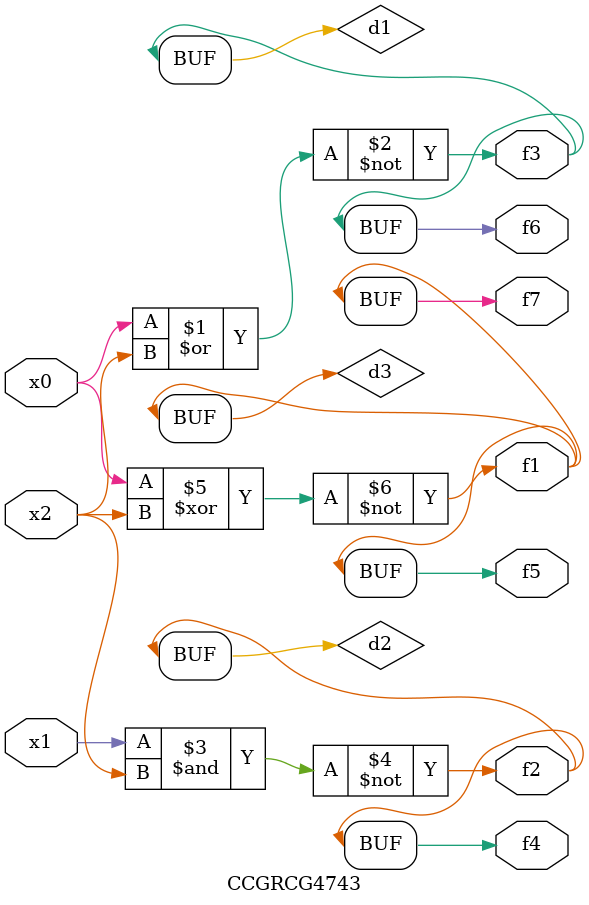
<source format=v>
module CCGRCG4743(
	input x0, x1, x2,
	output f1, f2, f3, f4, f5, f6, f7
);

	wire d1, d2, d3;

	nor (d1, x0, x2);
	nand (d2, x1, x2);
	xnor (d3, x0, x2);
	assign f1 = d3;
	assign f2 = d2;
	assign f3 = d1;
	assign f4 = d2;
	assign f5 = d3;
	assign f6 = d1;
	assign f7 = d3;
endmodule

</source>
